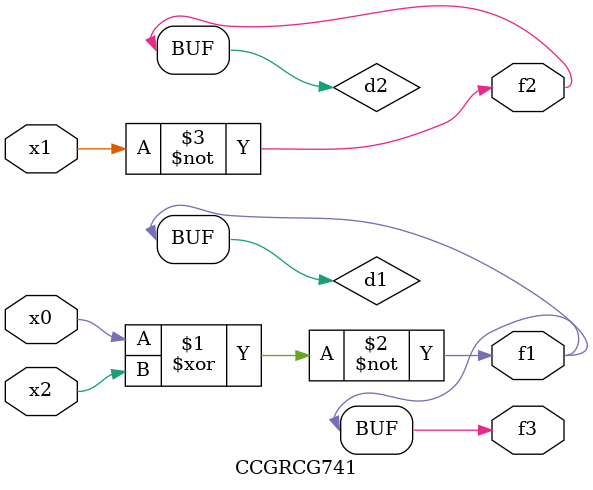
<source format=v>
module CCGRCG741(
	input x0, x1, x2,
	output f1, f2, f3
);

	wire d1, d2, d3;

	xnor (d1, x0, x2);
	nand (d2, x1);
	nor (d3, x1, x2);
	assign f1 = d1;
	assign f2 = d2;
	assign f3 = d1;
endmodule

</source>
